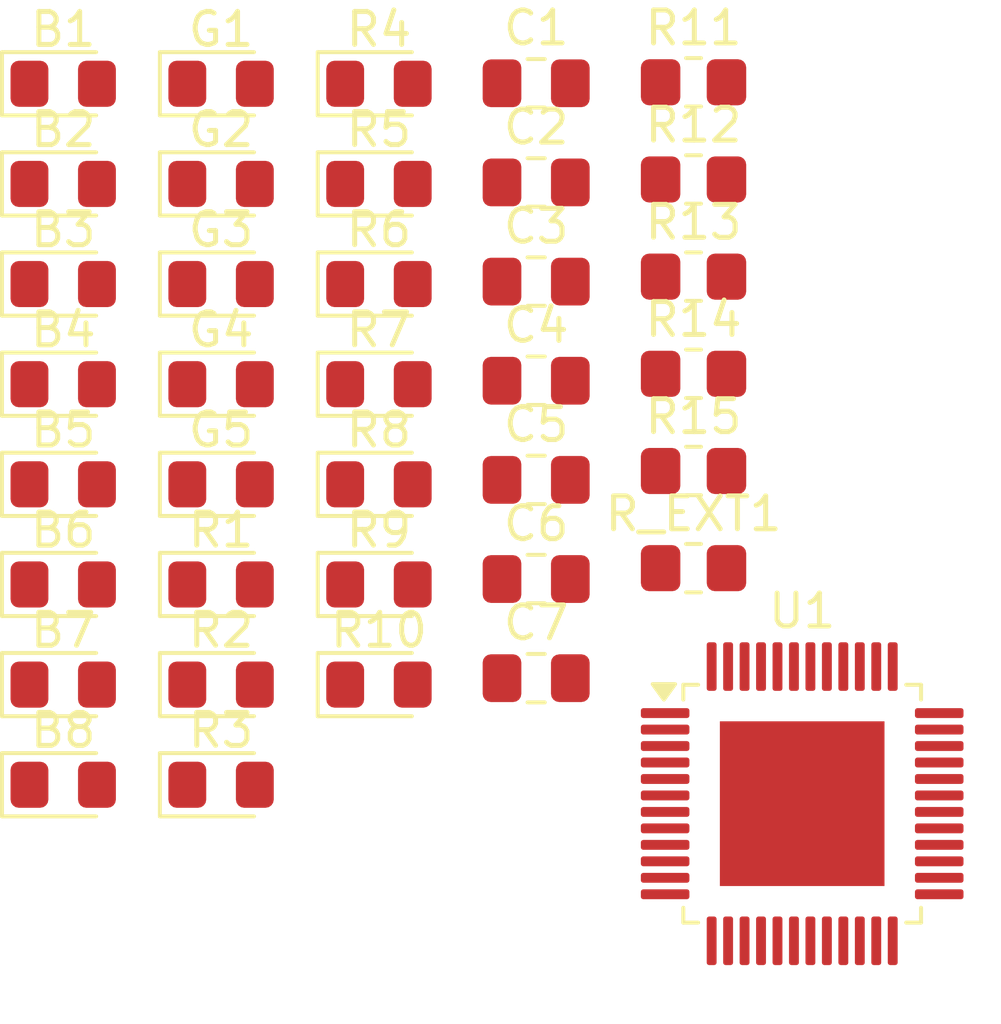
<source format=kicad_pcb>
(kicad_pcb (version 20241229) (generator "pcbnew") (generator_version "9.0")
  (layers (0 "F.Cu" signal) (2 "B.Cu" signal) (13 "F.Paste" user) (15 "B.Paste" user) (5 "F.SilkS" user "F.Silkscreen") (7 "B.SilkS" user "B.Silkscreen") (1 "F.Mask" user) (3 "B.Mask" user) (25 "Edge.Cuts" user))
  (net 0 "")
  (net 1 "CS2")
  (net 2 "CS5")
  (net 3 "CS3")
  (net 4 "CS4")
  (net 5 "CS1")
  (net 6 "VIO{slash}MCU")
  (net 7 "GND")
  (net 8 "VBattery")
  (net 9 "Net-(U1-IICRST)")
  (net 10 "Net-(J1-Pin_7)")
  (net 11 "Net-(J1-Pin_5)")
  (net 12 "Net-(J1-Pin_4)")
  (net 13 "Net-(J1-Pin_6)")
  (net 14 "Net-(U1-R_EXT)")
  (footprint "LED_SMD:LED_0805_2012Metric_Pad1.15x1.40mm_HandSolder" (layer "F.Cu") (at 141.785 105.18)
    (property "Reference" "B1" (at 0 -1.65 0) (layer "F.SilkS"))
    (property "Value" "LED")
    (fp_line (start -1.86 -0.96) (end -1.86 0.96) (stroke (width 0.12)) (layer "F.SilkS"))
    (fp_line (start -1.86 0.96) (end 1 0.96) (stroke (width 0.12)) (layer "F.SilkS"))
    (fp_line (start 1 -0.96) (end -1.86 -0.96) (stroke (width 0.12)) (layer "F.SilkS"))
    (pad "1" smd roundrect (at -1.025 0) (size 1.15 1.4) (layers "F.Cu" "F.Mask" "F.Paste") (roundrect_rratio 0.217391) (net 2 "CS5"))
    (pad "2" smd roundrect (at 1.025 0) (size 1.15 1.4) (layers "F.Cu" "F.Mask" "F.Paste") (roundrect_rratio 0.217391) (net 1 "CS2"))
  )
  (footprint "LED_SMD:LED_0805_2012Metric_Pad1.15x1.40mm_HandSolder" (layer "F.Cu") (at 146.58 123.42)
    (property "Reference" "R2" (at 0 -1.65 0) (layer "F.SilkS"))
    (property "Value" "LED")
    (fp_line (start -1.86 -0.96) (end -1.86 0.96) (stroke (width 0.12)) (layer "F.SilkS"))
    (fp_line (start -1.86 0.96) (end 1 0.96) (stroke (width 0.12)) (layer "F.SilkS"))
    (fp_line (start 1 -0.96) (end -1.86 -0.96) (stroke (width 0.12)) (layer "F.SilkS"))
    (pad "1" smd roundrect (at -1.025 0) (size 1.15 1.4) (layers "F.Cu" "F.Mask" "F.Paste") (roundrect_rratio 0.217391) (net 2 "CS5"))
    (pad "2" smd roundrect (at 1.025 0) (size 1.15 1.4) (layers "F.Cu" "F.Mask" "F.Paste") (roundrect_rratio 0.217391) (net 1 "CS2"))
  )
  (footprint "Resistor_SMD:R_0805_2012Metric_Pad1.20x1.40mm_HandSolder" (layer "F.Cu") (at 160.93 116.935)
    (property "Reference" "R15" (at 0 -1.65 0) (layer "F.SilkS"))
    (property "Value" "100K")
    (fp_line (start -0.227064 -0.735) (end 0.227064 -0.735) (stroke (width 0.12)) (layer "F.SilkS"))
    (fp_line (start -0.227064 0.735) (end 0.227064 0.735) (stroke (width 0.12)) (layer "F.SilkS"))
    (pad "1" smd roundrect (at -1 0) (size 1.2 1.4) (layers "F.Cu" "F.Mask" "F.Paste") (roundrect_rratio 0.208333) (net 6 "VIO{slash}MCU"))
    (pad "2" smd roundrect (at 1 0) (size 1.2 1.4) (layers "F.Cu" "F.Mask" "F.Paste") (roundrect_rratio 0.208333) (net 13 "Net-(J1-Pin_6)"))
  )
  (footprint "LED_SMD:LED_0805_2012Metric_Pad1.15x1.40mm_HandSolder" (layer "F.Cu") (at 151.375 123.42)
    (property "Reference" "R10" (at 0 -1.65 0) (layer "F.SilkS"))
    (property "Value" "LED")
    (fp_line (start -1.86 -0.96) (end -1.86 0.96) (stroke (width 0.12)) (layer "F.SilkS"))
    (fp_line (start -1.86 0.96) (end 1 0.96) (stroke (width 0.12)) (layer "F.SilkS"))
    (fp_line (start 1 -0.96) (end -1.86 -0.96) (stroke (width 0.12)) (layer "F.SilkS"))
    (pad "1" smd roundrect (at -1.025 0) (size 1.15 1.4) (layers "F.Cu" "F.Mask" "F.Paste") (roundrect_rratio 0.217391) (net 2 "CS5"))
    (pad "2" smd roundrect (at 1.025 0) (size 1.15 1.4) (layers "F.Cu" "F.Mask" "F.Paste") (roundrect_rratio 0.217391) (net 2 "CS5"))
  )
  (footprint "Resistor_SMD:R_0805_2012Metric_Pad1.20x1.40mm_HandSolder" (layer "F.Cu") (at 160.93 108.085)
    (property "Reference" "R12" (at 0 -1.65 0) (layer "F.SilkS"))
    (property "Value" "100K")
    (fp_line (start -0.227064 -0.735) (end 0.227064 -0.735) (stroke (width 0.12)) (layer "F.SilkS"))
    (fp_line (start -0.227064 0.735) (end 0.227064 0.735) (stroke (width 0.12)) (layer "F.SilkS"))
    (pad "1" smd roundrect (at -1 0) (size 1.2 1.4) (layers "F.Cu" "F.Mask" "F.Paste") (roundrect_rratio 0.208333) (net 10 "Net-(J1-Pin_7)"))
    (pad "2" smd roundrect (at 1 0) (size 1.2 1.4) (layers "F.Cu" "F.Mask" "F.Paste") (roundrect_rratio 0.208333) (net 7 "GND"))
  )
  (footprint "Resistor_SMD:R_0805_2012Metric_Pad1.20x1.40mm_HandSolder" (layer "F.Cu") (at 160.93 119.885)
    (property "Reference" "R_EXT1" (at 0 -1.65 0) (layer "F.SilkS"))
    (property "Value" "20K")
    (fp_line (start -0.227064 -0.735) (end 0.227064 -0.735) (stroke (width 0.12)) (layer "F.SilkS"))
    (fp_line (start -0.227064 0.735) (end 0.227064 0.735) (stroke (width 0.12)) (layer "F.SilkS"))
    (pad "1" smd roundrect (at -1 0) (size 1.2 1.4) (layers "F.Cu" "F.Mask" "F.Paste") (roundrect_rratio 0.208333) (net 14 "Net-(U1-R_EXT)"))
    (pad "2" smd roundrect (at 1 0) (size 1.2 1.4) (layers "F.Cu" "F.Mask" "F.Paste") (roundrect_rratio 0.208333) (net 7 "GND"))
  )
  (footprint "LED_SMD:LED_0805_2012Metric_Pad1.15x1.40mm_HandSolder" (layer "F.Cu") (at 141.785 114.3)
    (property "Reference" "B4" (at 0 -1.65 0) (layer "F.SilkS"))
    (property "Value" "LED")
    (fp_line (start -1.86 -0.96) (end -1.86 0.96) (stroke (width 0.12)) (layer "F.SilkS"))
    (fp_line (start -1.86 0.96) (end 1 0.96) (stroke (width 0.12)) (layer "F.SilkS"))
    (fp_line (start 1 -0.96) (end -1.86 -0.96) (stroke (width 0.12)) (layer "F.SilkS"))
    (pad "1" smd roundrect (at -1.025 0) (size 1.15 1.4) (layers "F.Cu" "F.Mask" "F.Paste") (roundrect_rratio 0.217391) (net 2 "CS5"))
    (pad "2" smd roundrect (at 1.025 0) (size 1.15 1.4) (layers "F.Cu" "F.Mask" "F.Paste") (roundrect_rratio 0.217391) (net 2 "CS5"))
  )
  (footprint "LED_SMD:LED_0805_2012Metric_Pad1.15x1.40mm_HandSolder" (layer "F.Cu") (at 141.785 123.42)
    (property "Reference" "B7" (at 0 -1.65 0) (layer "F.SilkS"))
    (property "Value" "LED")
    (fp_line (start -1.86 -0.96) (end -1.86 0.96) (stroke (width 0.12)) (layer "F.SilkS"))
    (fp_line (start -1.86 0.96) (end 1 0.96) (stroke (width 0.12)) (layer "F.SilkS"))
    (fp_line (start 1 -0.96) (end -1.86 -0.96) (stroke (width 0.12)) (layer "F.SilkS"))
    (pad "1" smd roundrect (at -1.025 0) (size 1.15 1.4) (layers "F.Cu" "F.Mask" "F.Paste") (roundrect_rratio 0.217391) (net 2 "CS5"))
    (pad "2" smd roundrect (at 1.025 0) (size 1.15 1.4) (layers "F.Cu" "F.Mask" "F.Paste") (roundrect_rratio 0.217391) (net 3 "CS3"))
  )
  (footprint "Capacitor_SMD:C_0805_2012Metric_Pad1.18x1.45mm_HandSolder" (layer "F.Cu") (at 156.15 105.165)
    (property "Reference" "C1" (at 0 -1.68 0) (layer "F.SilkS"))
    (property "Value" "0.47uF")
    (fp_line (start -0.261252 -0.735) (end 0.261252 -0.735) (stroke (width 0.12)) (layer "F.SilkS"))
    (fp_line (start -0.261252 0.735) (end 0.261252 0.735) (stroke (width 0.12)) (layer "F.SilkS"))
    (pad "1" smd roundrect (at -1.0375 0) (size 1.175 1.45) (layers "F.Cu" "F.Mask" "F.Paste") (roundrect_rratio 0.212766) (net 6 "VIO{slash}MCU"))
    (pad "2" smd roundrect (at 1.0375 0) (size 1.175 1.45) (layers "F.Cu" "F.Mask" "F.Paste") (roundrect_rratio 0.212766) (net 7 "GND"))
  )
  (footprint "LED_SMD:LED_0805_2012Metric_Pad1.15x1.40mm_HandSolder" (layer "F.Cu") (at 141.785 117.34)
    (property "Reference" "B5" (at 0 -1.65 0) (layer "F.SilkS"))
    (property "Value" "LED")
    (fp_line (start -1.86 -0.96) (end -1.86 0.96) (stroke (width 0.12)) (layer "F.SilkS"))
    (fp_line (start -1.86 0.96) (end 1 0.96) (stroke (width 0.12)) (layer "F.SilkS"))
    (fp_line (start 1 -0.96) (end -1.86 -0.96) (stroke (width 0.12)) (layer "F.SilkS"))
    (pad "1" smd roundrect (at -1.025 0) (size 1.15 1.4) (layers "F.Cu" "F.Mask" "F.Paste") (roundrect_rratio 0.217391) (net 2 "CS5"))
    (pad "2" smd roundrect (at 1.025 0) (size 1.15 1.4) (layers "F.Cu" "F.Mask" "F.Paste") (roundrect_rratio 0.217391) (net 5 "CS1"))
  )
  (footprint "LED_SMD:LED_0805_2012Metric_Pad1.15x1.40mm_HandSolder" (layer "F.Cu") (at 146.58 117.34)
    (property "Reference" "G5" (at 0 -1.65 0) (layer "F.SilkS"))
    (property "Value" "LED")
    (fp_line (start -1.86 -0.96) (end -1.86 0.96) (stroke (width 0.12)) (layer "F.SilkS"))
    (fp_line (start -1.86 0.96) (end 1 0.96) (stroke (width 0.12)) (layer "F.SilkS"))
    (fp_line (start 1 -0.96) (end -1.86 -0.96) (stroke (width 0.12)) (layer "F.SilkS"))
    (pad "1" smd roundrect (at -1.025 0) (size 1.15 1.4) (layers "F.Cu" "F.Mask" "F.Paste") (roundrect_rratio 0.217391) (net 2 "CS5"))
    (pad "2" smd roundrect (at 1.025 0) (size 1.15 1.4) (layers "F.Cu" "F.Mask" "F.Paste") (roundrect_rratio 0.217391) (net 2 "CS5"))
  )
  (footprint "LED_SMD:LED_0805_2012Metric_Pad1.15x1.40mm_HandSolder" (layer "F.Cu") (at 151.375 114.3)
    (property "Reference" "R7" (at 0 -1.65 0) (layer "F.SilkS"))
    (property "Value" "LED")
    (fp_line (start -1.86 -0.96) (end -1.86 0.96) (stroke (width 0.12)) (layer "F.SilkS"))
    (fp_line (start -1.86 0.96) (end 1 0.96) (stroke (width 0.12)) (layer "F.SilkS"))
    (fp_line (start 1 -0.96) (end -1.86 -0.96) (stroke (width 0.12)) (layer "F.SilkS"))
    (pad "1" smd roundrect (at -1.025 0) (size 1.15 1.4) (layers "F.Cu" "F.Mask" "F.Paste") (roundrect_rratio 0.217391) (net 2 "CS5"))
    (pad "2" smd roundrect (at 1.025 0) (size 1.15 1.4) (layers "F.Cu" "F.Mask" "F.Paste") (roundrect_rratio 0.217391) (net 1 "CS2"))
  )
  (footprint "LED_SMD:LED_0805_2012Metric_Pad1.15x1.40mm_HandSolder" (layer "F.Cu") (at 146.58 108.22)
    (property "Reference" "G2" (at 0 -1.65 0) (layer "F.SilkS"))
    (property "Value" "LED")
    (fp_line (start -1.86 -0.96) (end -1.86 0.96) (stroke (width 0.12)) (layer "F.SilkS"))
    (fp_line (start -1.86 0.96) (end 1 0.96) (stroke (width 0.12)) (layer "F.SilkS"))
    (fp_line (start 1 -0.96) (end -1.86 -0.96) (stroke (width 0.12)) (layer "F.SilkS"))
    (pad "1" smd roundrect (at -1.025 0) (size 1.15 1.4) (layers "F.Cu" "F.Mask" "F.Paste") (roundrect_rratio 0.217391) (net 2 "CS5"))
    (pad "2" smd roundrect (at 1.025 0) (size 1.15 1.4) (layers "F.Cu" "F.Mask" "F.Paste") (roundrect_rratio 0.217391) (net 1 "CS2"))
  )
  (footprint "Resistor_SMD:R_0805_2012Metric_Pad1.20x1.40mm_HandSolder" (layer "F.Cu") (at 160.93 111.035)
    (property "Reference" "R13" (at 0 -1.65 0) (layer "F.SilkS"))
    (property "Value" "2K")
    (fp_line (start -0.227064 -0.735) (end 0.227064 -0.735) (stroke (width 0.12)) (layer "F.SilkS"))
    (fp_line (start -0.227064 0.735) (end 0.227064 0.735) (stroke (width 0.12)) (layer "F.SilkS"))
    (pad "1" smd roundrect (at -1 0) (size 1.2 1.4) (layers "F.Cu" "F.Mask" "F.Paste") (roundrect_rratio 0.208333) (net 6 "VIO{slash}MCU"))
    (pad "2" smd roundrect (at 1 0) (size 1.2 1.4) (layers "F.Cu" "F.Mask" "F.Paste") (roundrect_rratio 0.208333) (net 11 "Net-(J1-Pin_5)"))
  )
  (footprint "LED_SMD:LED_0805_2012Metric_Pad1.15x1.40mm_HandSolder" (layer "F.Cu") (at 146.58 126.46)
    (property "Reference" "R3" (at 0 -1.65 0) (layer "F.SilkS"))
    (property "Value" "LED")
    (fp_line (start -1.86 -0.96) (end -1.86 0.96) (stroke (width 0.12)) (layer "F.SilkS"))
    (fp_line (start -1.86 0.96) (end 1 0.96) (stroke (width 0.12)) (layer "F.SilkS"))
    (fp_line (start 1 -0.96) (end -1.86 -0.96) (stroke (width 0.12)) (layer "F.SilkS"))
    (pad "1" smd roundrect (at -1.025 0) (size 1.15 1.4) (layers "F.Cu" "F.Mask" "F.Paste") (roundrect_rratio 0.217391) (net 2 "CS5"))
    (pad "2" smd roundrect (at 1.025 0) (size 1.15 1.4) (layers "F.Cu" "F.Mask" "F.Paste") (roundrect_rratio 0.217391) (net 3 "CS3"))
  )
  (footprint "LED_SMD:LED_0805_2012Metric_Pad1.15x1.40mm_HandSolder" (layer "F.Cu") (at 151.375 105.18)
    (property "Reference" "R4" (at 0 -1.65 0) (layer "F.SilkS"))
    (property "Value" "LED")
    (fp_line (start -1.86 -0.96) (end -1.86 0.96) (stroke (width 0.12)) (layer "F.SilkS"))
    (fp_line (start -1.86 0.96) (end 1 0.96) (stroke (width 0.12)) (layer "F.SilkS"))
    (fp_line (start 1 -0.96) (end -1.86 -0.96) (stroke (width 0.12)) (layer "F.SilkS"))
    (pad "1" smd roundrect (at -1.025 0) (size 1.15 1.4) (layers "F.Cu" "F.Mask" "F.Paste") (roundrect_rratio 0.217391) (net 2 "CS5"))
    (pad "2" smd roundrect (at 1.025 0) (size 1.15 1.4) (layers "F.Cu" "F.Mask" "F.Paste") (roundrect_rratio 0.217391) (net 4 "CS4"))
  )
  (footprint "Capacitor_SMD:C_0805_2012Metric_Pad1.18x1.45mm_HandSolder" (layer "F.Cu") (at 156.15 120.215)
    (property "Reference" "C6" (at 0 -1.68 0) (layer "F.SilkS"))
    (property "Value" "0.47uF")
    (fp_line (start -0.261252 -0.735) (end 0.261252 -0.735) (stroke (width 0.12)) (layer "F.SilkS"))
    (fp_line (start -0.261252 0.735) (end 0.261252 0.735) (stroke (width 0.12)) (layer "F.SilkS"))
    (pad "1" smd roundrect (at -1.0375 0) (size 1.175 1.45) (layers "F.Cu" "F.Mask" "F.Paste") (roundrect_rratio 0.212766) (net 8 "VBattery"))
    (pad "2" smd roundrect (at 1.0375 0) (size 1.175 1.45) (layers "F.Cu" "F.Mask" "F.Paste") (roundrect_rratio 0.212766) (net 7 "GND"))
  )
  (footprint "Resistor_SMD:R_0805_2012Metric_Pad1.20x1.40mm_HandSolder" (layer "F.Cu") (at 160.93 105.135)
    (property "Reference" "R11" (at 0 -1.65 0) (layer "F.SilkS"))
    (property "Value" "100K")
    (fp_line (start -0.227064 -0.735) (end 0.227064 -0.735) (stroke (width 0.12)) (layer "F.SilkS"))
    (fp_line (start -0.227064 0.735) (end 0.227064 0.735) (stroke (width 0.12)) (layer "F.SilkS"))
    (pad "1" smd roundrect (at -1 0) (size 1.2 1.4) (layers "F.Cu" "F.Mask" "F.Paste") (roundrect_rratio 0.208333) (net 9 "Net-(U1-IICRST)"))
    (pad "2" smd roundrect (at 1 0) (size 1.2 1.4) (layers "F.Cu" "F.Mask" "F.Paste") (roundrect_rratio 0.208333) (net 7 "GND"))
  )
  (footprint "LED_SMD:LED_0805_2012Metric_Pad1.15x1.40mm_HandSolder" (layer "F.Cu") (at 146.58 114.3)
    (property "Reference" "G4" (at 0 -1.65 0) (layer "F.SilkS"))
    (property "Value" "LED")
    (fp_line (start -1.86 -0.96) (end -1.86 0.96) (stroke (width 0.12)) (layer "F.SilkS"))
    (fp_line (start -1.86 0.96) (end 1 0.96) (stroke (width 0.12)) (layer "F.SilkS"))
    (fp_line (start 1 -0.96) (end -1.86 -0.96) (stroke (width 0.12)) (layer "F.SilkS"))
    (pad "1" smd roundrect (at -1.025 0) (size 1.15 1.4) (layers "F.Cu" "F.Mask" "F.Paste") (roundrect_rratio 0.217391) (net 2 "CS5"))
    (pad "2" smd roundrect (at 1.025 0) (size 1.15 1.4) (layers "F.Cu" "F.Mask" "F.Paste") (roundrect_rratio 0.217391) (net 4 "CS4"))
  )
  (footprint "Capacitor_SMD:C_0805_2012Metric_Pad1.18x1.45mm_HandSolder" (layer "F.Cu") (at 156.15 108.175)
    (property "Reference" "C2" (at 0 -1.68 0) (layer "F.SilkS"))
    (property "Value" "0.47uF")
    (fp_line (start -0.261252 -0.735) (end 0.261252 -0.735) (stroke (width 0.12)) (layer "F.SilkS"))
    (fp_line (start -0.261252 0.735) (end 0.261252 0.735) (stroke (width 0.12)) (layer "F.SilkS"))
    (pad "1" smd roundrect (at -1.0375 0) (size 1.175 1.45) (layers "F.Cu" "F.Mask" "F.Paste") (roundrect_rratio 0.212766) (net 8 "VBattery"))
    (pad "2" smd roundrect (at 1.0375 0) (size 1.175 1.45) (layers "F.Cu" "F.Mask" "F.Paste") (roundrect_rratio 0.212766) (net 7 "GND"))
  )
  (footprint "LED_SMD:LED_0805_2012Metric_Pad1.15x1.40mm_HandSolder" (layer "F.Cu") (at 151.375 111.26)
    (property "Reference" "R6" (at 0 -1.65 0) (layer "F.SilkS"))
    (property "Value" "LED")
    (fp_line (start -1.86 -0.96) (end -1.86 0.96) (stroke (width 0.12)) (layer "F.SilkS"))
    (fp_line (start -1.86 0.96) (end 1 0.96) (stroke (width 0.12)) (layer "F.SilkS"))
    (fp_line (start 1 -0.96) (end -1.86 -0.96) (stroke (width 0.12)) (layer "F.SilkS"))
    (pad "1" smd roundrect (at -1.025 0) (size 1.15 1.4) (layers "F.Cu" "F.Mask" "F.Paste") (roundrect_rratio 0.217391) (net 2 "CS5"))
    (pad "2" smd roundrect (at 1.025 0) (size 1.15 1.4) (layers "F.Cu" "F.Mask" "F.Paste") (roundrect_rratio 0.217391) (net 5 "CS1"))
  )
  (footprint "LED_SMD:LED_0805_2012Metric_Pad1.15x1.40mm_HandSolder" (layer "F.Cu") (at 151.375 117.34)
    (property "Reference" "R8" (at 0 -1.65 0) (layer "F.SilkS"))
    (property "Value" "LED")
    (fp_line (start -1.86 -0.96) (end -1.86 0.96) (stroke (width 0.12)) (layer "F.SilkS"))
    (fp_line (start -1.86 0.96) (end 1 0.96) (stroke (width 0.12)) (layer "F.SilkS"))
    (fp_line (start 1 -0.96) (end -1.86 -0.96) (stroke (width 0.12)) (layer "F.SilkS"))
    (pad "1" smd roundrect (at -1.025 0) (size 1.15 1.4) (layers "F.Cu" "F.Mask" "F.Paste") (roundrect_rratio 0.217391) (net 2 "CS5"))
    (pad "2" smd roundrect (at 1.025 0) (size 1.15 1.4) (layers "F.Cu" "F.Mask" "F.Paste") (roundrect_rratio 0.217391) (net 3 "CS3"))
  )
  (footprint "LED_SMD:LED_0805_2012Metric_Pad1.15x1.40mm_HandSolder" (layer "F.Cu") (at 151.375 108.22)
    (property "Reference" "R5" (at 0 -1.65 0) (layer "F.SilkS"))
    (property "Value" "LED")
    (fp_line (start -1.86 -0.96) (end -1.86 0.96) (stroke (width 0.12)) (layer "F.SilkS"))
    (fp_line (start -1.86 0.96) (end 1 0.96) (stroke (width 0.12)) (layer "F.SilkS"))
    (fp_line (start 1 -0.96) (end -1.86 -0.96) (stroke (width 0.12)) (layer "F.SilkS"))
    (pad "1" smd roundrect (at -1.025 0) (size 1.15 1.4) (layers "F.Cu" "F.Mask" "F.Paste") (roundrect_rratio 0.217391) (net 2 "CS5"))
    (pad "2" smd roundrect (at 1.025 0) (size 1.15 1.4) (layers "F.Cu" "F.Mask" "F.Paste") (roundrect_rratio 0.217391) (net 2 "CS5"))
  )
  (footprint "Capacitor_SMD:C_0805_2012Metric_Pad1.18x1.45mm_HandSolder" (layer "F.Cu") (at 156.15 123.225)
    (property "Reference" "C7" (at 0 -1.68 0) (layer "F.SilkS"))
    (property "Value" "0.1uF")
    (fp_line (start -0.261252 -0.735) (end 0.261252 -0.735) (stroke (width 0.12)) (layer "F.SilkS"))
    (fp_line (start -0.261252 0.735) (end 0.261252 0.735) (stroke (width 0.12)) (layer "F.SilkS"))
    (pad "1" smd roundrect (at -1.0375 0) (size 1.175 1.45) (layers "F.Cu" "F.Mask" "F.Paste") (roundrect_rratio 0.212766) (net 8 "VBattery"))
    (pad "2" smd roundrect (at 1.0375 0) (size 1.175 1.45) (layers "F.Cu" "F.Mask" "F.Paste") (roundrect_rratio 0.212766) (net 7 "GND"))
  )
  (footprint "LED_SMD:LED_0805_2012Metric_Pad1.15x1.40mm_HandSolder" (layer "F.Cu") (at 146.58 105.18)
    (property "Reference" "G1" (at 0 -1.65 0) (layer "F.SilkS"))
    (property "Value" "LED")
    (fp_line (start -1.86 -0.96) (end -1.86 0.96) (stroke (width 0.12)) (layer "F.SilkS"))
    (fp_line (start -1.86 0.96) (end 1 0.96) (stroke (width 0.12)) (layer "F.SilkS"))
    (fp_line (start 1 -0.96) (end -1.86 -0.96) (stroke (width 0.12)) (layer "F.SilkS"))
    (pad "1" smd roundrect (at -1.025 0) (size 1.15 1.4) (layers "F.Cu" "F.Mask" "F.Paste") (roundrect_rratio 0.217391) (net 2 "CS5"))
    (pad "2" smd roundrect (at 1.025 0) (size 1.15 1.4) (layers "F.Cu" "F.Mask" "F.Paste") (roundrect_rratio 0.217391) (net 5 "CS1"))
  )
  (footprint "Package_QFP:TQFP-48-1EP_7x7mm_P0.5mm_EP5x5mm" (layer "F.Cu") (at 164.23 127.035)
    (property "Reference" "U1" (at 0 -5.85 0) (layer "F.SilkS"))
    (property "Value" "IS31FL3733-TQ")
    (fp_line (start -3.61 -3.61) (end -3.61 -3.16) (stroke (width 0.12)) (layer "F.SilkS"))
    (fp_line (start -3.61 3.61) (end -3.61 3.16) (stroke (width 0.12)) (layer "F.SilkS"))
    (fp_line (start -3.16 -3.61) (end -3.61 -3.61) (stroke (width 0.12)) (layer "F.SilkS"))
    (fp_line (start -3.16 3.61) (end -3.61 3.61) (stroke (width 0.12)) (layer "F.SilkS"))
    (fp_line (start 3.16 -3.61) (end 3.61 -3.61) (stroke (width 0.12)) (layer "F.SilkS"))
    (fp_line (start 3.16 3.61) (end 3.61 3.61) (stroke (width 0.12)) (layer "F.SilkS"))
    (fp_line (start 3.61 -3.61) (end 3.61 -3.16) (stroke (width 0.12)) (layer "F.SilkS"))
    (fp_line (start 3.61 3.61) (end 3.61 3.16) (stroke (width 0.12)) (layer "F.SilkS"))
    (fp_poly (pts (xy -4.2 -3.16) (xy -4.54 -3.63) (xy -3.86 -3.63)) (stroke (width 0.12)) (fill yes) (layer "F.SilkS"))
    (pad "1" smd roundrect (at -4.1625 -2.75) (size 1.475 0.3) (layers "F.Cu" "F.Mask" "F.Paste"))
    (pad "2" smd roundrect (at -4.1625 -2.25) (size 1.475 0.3) (layers "F.Cu" "F.Mask" "F.Paste") (net 2 "CS5"))
    (pad "3" smd roundrect (at -4.1625 -1.75) (size 1.475 0.3) (layers "F.Cu" "F.Mask" "F.Paste") (net 2 "CS5"))
    (pad "4" smd roundrect (at -4.1625 -1.25) (size 1.475 0.3) (layers "F.Cu" "F.Mask" "F.Paste") (net 2 "CS5"))
    (pad "5" smd roundrect (at -4.1625 -0.75) (size 1.475 0.3) (layers "F.Cu" "F.Mask" "F.Paste") (net 7 "GND"))
    (pad "6" smd roundrect (at -4.1625 -0.25) (size 1.475 0.3) (layers "F.Cu" "F.Mask" "F.Paste") (net 2 "CS5"))
    (pad "7" smd roundrect (at -4.1625 0.25) (size 1.475 0.3) (layers "F.Cu" "F.Mask" "F.Paste") (net 2 "CS5"))
    (pad "8" smd roundrect (at -4.1625 0.75) (size 1.475 0.3) (layers "F.Cu" "F.Mask" "F.Paste"))
    (pad "9" smd roundrect (at -4.1625 1.25) (size 1.475 0.3) (layers "F.Cu" "F.Mask" "F.Paste"))
    (pad "10" smd roundrect (at -4.1625 1.75) (size 1.475 0.3) (layers "F.Cu" "F.Mask" "F.Paste"))
    (pad "11" smd roundrect (at -4.1625 2.25) (size 1.475 0.3) (layers "F.Cu" "F.Mask" "F.Paste"))
    (pad "12" smd roundrect (at -4.1625 2.75) (size 1.475 0.3) (layers "F.Cu" "F.Mask" "F.Paste") (net 7 "GND"))
    (pad "13" smd roundrect (at -2.75 4.1625) (size 0.3 1.475) (layers "F.Cu" "F.Mask" "F.Paste"))
    (pad "14" smd roundrect (at -2.25 4.1625) (size 0.3 1.475) (layers "F.Cu" "F.Mask" "F.Paste"))
    (pad "15" smd roundrect (at -1.75 4.1625) (size 0.3 1.475) (layers "F.Cu" "F.Mask" "F.Paste"))
    (pad "16" smd roundrect (at -1.25 4.1625) (size 0.3 1.475) (layers "F.Cu" "F.Mask" "F.Paste") (net 5 "CS1"))
    (pad "17" smd roundrect (at -0.75 4.1625) (size 0.3 1.475) (layers "F.Cu" "F.Mask" "F.Paste") (net 1 "CS2"))
    (pad "18" smd roundrect (at -0.25 4.1625) (size 0.3 1.475) (layers "F.Cu" "F.Mask" "F.Paste") (net 3 "CS3"))
    (pad "19" smd roundrect (at 0.25 4.1625) (size 0.3 1.475) (layers "F.Cu" "F.Mask" "F.Paste") (net 4 "CS4"))
    (pad "20" smd roundrect (at 0.75 4.1625) (size 0.3 1.475) (layers "F.Cu" "F.Mask" "F.Paste") (net 8 "VBattery"))
    (pad "21" smd roundrect (at 1.25 4.1625) (size 0.3 1.475) (layers "F.Cu" "F.Mask" "F.Paste") (net 2 "CS5"))
    (pad "22" smd roundrect (at 1.75 4.1625) (size 0.3 1.475) (layers "F.Cu" "F.Mask" "F.Paste"))
    (pad "23" smd roundrect (at 2.25 4.1625) (size 0.3 1.475) (layers "F.Cu" "F.Mask" "F.Paste"))
    (pad "24" smd roundrect (at 2.75 4.1625) (size 0.3 1.475) (layers "F.Cu" "F.Mask" "F.Paste"))
    (pad "25" smd roundrect (at 4.1625 2.75) (size 1.475 0.3) (layers "F.Cu" "F.Mask" "F.Paste"))
    (pad "26" smd roundrect (at 4.1625 2.25) (size 1.475 0.3) (layers "F.Cu" "F.Mask" "F.Paste"))
    (pad "27" smd roundrect (at 4.1625 1.75) (size 1.475 0.3) (layers "F.Cu" "F.Mask" "F.Paste"))
    (pad "28" smd roundrect (at 4.1625 1.25) (size 1.475 0.3) (layers "F.Cu" "F.Mask" "F.Paste"))
    (pad "29" smd roundrect (at 4.1625 0.75) (size 1.475 0.3) (layers "F.Cu" "F.Mask" "F.Paste") (net 8 "VBattery"))
    (pad "30" smd roundrect (at 4.1625 0.25) (size 1.475 0.3) (layers "F.Cu" "F.Mask" "F.Paste"))
    (pad "31" smd roundrect (at 4.1625 -0.25) (size 1.475 0.3) (layers "F.Cu" "F.Mask" "F.Paste"))
    (pad "32" smd roundrect (at 4.1625 -0.75) (size 1.475 0.3) (layers "F.Cu" "F.Mask" "F.Paste"))
    (pad "33" smd roundrect (at 4.1625 -1.25) (size 1.475 0.3) (layers "F.Cu" "F.Mask" "F.Paste"))
    (pad "34" smd roundrect (at 4.1625 -1.75) (size 1.475 0.3) (layers "F.Cu" "F.Mask" "F.Paste") (net 7 "GND"))
    (pad "35" smd roundrect (at 4.1625 -2.25) (size 1.475 0.3) (layers "F.Cu" "F.Mask" "F.Paste") (net 14 "Net-(U1-R_EXT)"))
    (pad "36" smd roundrect (at 4.1625 -2.75) (size 1.475 0.3) (layers "F.Cu" "F.Mask" "F.Paste"))
    (pad "37" smd roundrect (at 2.75 -4.1625) (size 0.3 1.475) (layers "F.Cu" "F.Mask" "F.Paste") (net 8 "VBattery"))
    (pad "38" smd roundrect (at 2.25 -4.1625) (size 0.3 1.475) (layers "F.Cu" "F.Mask" "F.Paste"))
    (pad "39" smd roundrect (at 1.75 -4.1625) (size 0.3 1.475) (layers "F.Cu" "F.Mask" "F.Paste") (net 6 "VIO{slash}MCU"))
    (pad "40" smd roundrect (at 1.25 -4.1625) (size 0.3 1.475) (layers "F.Cu" "F.Mask" "F.Paste"))
    (pad "41" smd roundrect (at 0.75 -4.1625) (size 0.3 1.475) (layers "F.Cu" "F.Mask" "F.Paste") (net 12 "Net-(J1-Pin_4)"))
    (pad "42" smd roundrect (at 0.25 -4.1625) (size 0.3 1.475) (layers "F.Cu" "F.Mask" "F.Paste") (net 11 "Net-(J1-Pin_5)"))
    (pad "43" smd roundrect (at -0.25 -4.1625) (size 0.3 1.475) (layers "F.Cu" "F.Mask" "F.Paste") (net 7 "GND"))
    (pad "44" smd roundrect (at -0.75 -4.1625) (size 0.3 1.475) (layers "F.Cu" "F.Mask" "F.Paste") (net 7 "GND"))
    (pad "45" smd roundrect (at -1.25 -4.1625) (size 0.3 1.475) (layers "F.Cu" "F.Mask" "F.Paste") (net 13 "Net-(J1-Pin_6)"))
    (pad "46" smd roundrect (at -1.75 -4.1625) (size 0.3 1.475) (layers "F.Cu" "F.Mask" "F.Paste") (net 10 "Net-(J1-Pin_7)"))
    (pad "47" smd roundrect (at -2.25 -4.1625) (size 0.3 1.475) (layers "F.Cu" "F.Mask" "F.Paste") (net 9 "Net-(U1-IICRST)"))
    (pad "48" smd roundrect (at -2.75 -4.1625) (size 0.3 1.475) (layers "F.Cu" "F.Mask" "F.Paste") (net 7 "GND"))
    (pad "49" smd rect (at 0 0) (size 5 5) (property pad_prop_heatsink) (layers "F.Cu" "F.Mask") (net 7 "GND"))
  )
  (footprint "LED_SMD:LED_0805_2012Metric_Pad1.15x1.40mm_HandSolder" (layer "F.Cu") (at 146.58 111.26)
    (property "Reference" "G3" (at 0 -1.65 0) (layer "F.SilkS"))
    (property "Value" "LED")
    (fp_line (start -1.86 -0.96) (end -1.86 0.96) (stroke (width 0.12)) (layer "F.SilkS"))
    (fp_line (start -1.86 0.96) (end 1 0.96) (stroke (width 0.12)) (layer "F.SilkS"))
    (fp_line (start 1 -0.96) (end -1.86 -0.96) (stroke (width 0.12)) (layer "F.SilkS"))
    (pad "1" smd roundrect (at -1.025 0) (size 1.15 1.4) (layers "F.Cu" "F.Mask" "F.Paste") (roundrect_rratio 0.217391) (net 2 "CS5"))
    (pad "2" smd roundrect (at 1.025 0) (size 1.15 1.4) (layers "F.Cu" "F.Mask" "F.Paste") (roundrect_rratio 0.217391) (net 3 "CS3"))
  )
  (footprint "LED_SMD:LED_0805_2012Metric_Pad1.15x1.40mm_HandSolder" (layer "F.Cu") (at 141.785 126.46)
    (property "Reference" "B8" (at 0 -1.65 0) (layer "F.SilkS"))
    (property "Value" "LED")
    (fp_line (start -1.86 -0.96) (end -1.86 0.96) (stroke (width 0.12)) (layer "F.SilkS"))
    (fp_line (start -1.86 0.96) (end 1 0.96) (stroke (width 0.12)) (layer "F.SilkS"))
    (fp_line (start 1 -0.96) (end -1.86 -0.96) (stroke (width 0.12)) (layer "F.SilkS"))
    (pad "1" smd roundrect (at -1.025 0) (size 1.15 1.4) (layers "F.Cu" "F.Mask" "F.Paste") (roundrect_rratio 0.217391) (net 2 "CS5"))
    (pad "2" smd roundrect (at 1.025 0) (size 1.15 1.4) (layers "F.Cu" "F.Mask" "F.Paste") (roundrect_rratio 0.217391) (net 4 "CS4"))
  )
  (footprint "LED_SMD:LED_0805_2012Metric_Pad1.15x1.40mm_HandSolder" (layer "F.Cu") (at 151.375 120.38)
    (property "Reference" "R9" (at 0 -1.65 0) (layer "F.SilkS"))
    (property "Value" "LED")
    (fp_line (start -1.86 -0.96) (end -1.86 0.96) (stroke (width 0.12)) (layer "F.SilkS"))
    (fp_line (start -1.86 0.96) (end 1 0.96) (stroke (width 0.12)) (layer "F.SilkS"))
    (fp_line (start 1 -0.96) (end -1.86 -0.96) (stroke (width 0.12)) (layer "F.SilkS"))
    (pad "1" smd roundrect (at -1.025 0) (size 1.15 1.4) (layers "F.Cu" "F.Mask" "F.Paste") (roundrect_rratio 0.217391) (net 2 "CS5"))
    (pad "2" smd roundrect (at 1.025 0) (size 1.15 1.4) (layers "F.Cu" "F.Mask" "F.Paste") (roundrect_rratio 0.217391) (net 4 "CS4"))
  )
  (footprint "LED_SMD:LED_0805_2012Metric_Pad1.15x1.40mm_HandSolder" (layer "F.Cu") (at 141.785 111.26)
    (property "Reference" "B3" (at 0 -1.65 0) (layer "F.SilkS"))
    (property "Value" "LED")
    (fp_line (start -1.86 -0.96) (end -1.86 0.96) (stroke (width 0.12)) (layer "F.SilkS"))
    (fp_line (start -1.86 0.96) (end 1 0.96) (stroke (width 0.12)) (layer "F.SilkS"))
    (fp_line (start 1 -0.96) (end -1.86 -0.96) (stroke (width 0.12)) (layer "F.SilkS"))
    (pad "1" smd roundrect (at -1.025 0) (size 1.15 1.4) (layers "F.Cu" "F.Mask" "F.Paste") (roundrect_rratio 0.217391) (net 2 "CS5"))
    (pad "2" smd roundrect (at 1.025 0) (size 1.15 1.4) (layers "F.Cu" "F.Mask" "F.Paste") (roundrect_rratio 0.217391) (net 4 "CS4"))
  )
  (footprint "LED_SMD:LED_0805_2012Metric_Pad1.15x1.40mm_HandSolder" (layer "F.Cu") (at 141.785 120.38)
    (property "Reference" "B6" (at 0 -1.65 0) (layer "F.SilkS"))
    (property "Value" "LED")
    (fp_line (start -1.86 -0.96) (end -1.86 0.96) (stroke (width 0.12)) (layer "F.SilkS"))
    (fp_line (start -1.86 0.96) (end 1 0.96) (stroke (width 0.12)) (layer "F.SilkS"))
    (fp_line (start 1 -0.96) (end -1.86 -0.96) (stroke (width 0.12)) (layer "F.SilkS"))
    (pad "1" smd roundrect (at -1.025 0) (size 1.15 1.4) (layers "F.Cu" "F.Mask" "F.Paste") (roundrect_rratio 0.217391) (net 2 "CS5"))
    (pad "2" smd roundrect (at 1.025 0) (size 1.15 1.4) (layers "F.Cu" "F.Mask" "F.Paste") (roundrect_rratio 0.217391) (net 1 "CS2"))
  )
  (footprint "Capacitor_SMD:C_0805_2012Metric_Pad1.18x1.45mm_HandSolder" (layer "F.Cu") (at 156.15 111.185)
    (property "Reference" "C3" (at 0 -1.68 0) (layer "F.SilkS"))
    (property "Value" "0.1uF")
    (fp_line (start -0.261252 -0.735) (end 0.261252 -0.735) (stroke (width 0.12)) (layer "F.SilkS"))
    (fp_line (start -0.261252 0.735) (end 0.261252 0.735) (stroke (width 0.12)) (layer "F.SilkS"))
    (pad "1" smd roundrect (at -1.0375 0) (size 1.175 1.45) (layers "F.Cu" "F.Mask" "F.Paste") (roundrect_rratio 0.212766) (net 8 "VBattery"))
    (pad "2" smd roundrect (at 1.0375 0) (size 1.175 1.45) (layers "F.Cu" "F.Mask" "F.Paste") (roundrect_rratio 0.212766) (net 7 "GND"))
  )
  (footprint "Resistor_SMD:R_0805_2012Metric_Pad1.20x1.40mm_HandSolder" (layer "F.Cu") (at 160.93 113.985)
    (property "Reference" "R14" (at 0 -1.65 0) (layer "F.SilkS"))
    (property "Value" "2K")
    (fp_line (start -0.227064 -0.735) (end 0.227064 -0.735) (stroke (width 0.12)) (layer "F.SilkS"))
    (fp_line (start -0.227064 0.735) (end 0.227064 0.735) (stroke (width 0.12)) (layer "F.SilkS"))
    (pad "1" smd roundrect (at -1 0) (size 1.2 1.4) (layers "F.Cu" "F.Mask" "F.Paste") (roundrect_rratio 0.208333) (net 6 "VIO{slash}MCU"))
    (pad "2" smd roundrect (at 1 0) (size 1.2 1.4) (layers "F.Cu" "F.Mask" "F.Paste") (roundrect_rratio 0.208333) (net 12 "Net-(J1-Pin_4)"))
  )
  (footprint "Capacitor_SMD:C_0805_2012Metric_Pad1.18x1.45mm_HandSolder" (layer "F.Cu") (at 156.15 117.205)
    (property "Reference" "C5" (at 0 -1.68 0) (layer "F.SilkS"))
    (property "Value" "0.1uF")
    (fp_line (start -0.261252 -0.735) (end 0.261252 -0.735) (stroke (width 0.12)) (layer "F.SilkS"))
    (fp_line (start -0.261252 0.735) (end 0.261252 0.735) (stroke (width 0.12)) (layer "F.SilkS"))
    (pad "1" smd roundrect (at -1.0375 0) (size 1.175 1.45) (layers "F.Cu" "F.Mask" "F.Paste") (roundrect_rratio 0.212766) (net 8 "VBattery"))
    (pad "2" smd roundrect (at 1.0375 0) (size 1.175 1.45) (layers "F.Cu" "F.Mask" "F.Paste") (roundrect_rratio 0.212766) (net 7 "GND"))
  )
  (footprint "LED_SMD:LED_0805_2012Metric_Pad1.15x1.40mm_HandSolder" (layer "F.Cu") (at 141.785 108.22)
    (property "Reference" "B2" (at 0 -1.65 0) (layer "F.SilkS"))
    (property "Value" "LED")
    (fp_line (start -1.86 -0.96) (end -1.86 0.96) (stroke (width 0.12)) (layer "F.SilkS"))
    (fp_line (start -1.86 0.96) (end 1 0.96) (stroke (width 0.12)) (layer "F.SilkS"))
    (fp_line (start 1 -0.96) (end -1.86 -0.96) (stroke (width 0.12)) (layer "F.SilkS"))
    (pad "1" smd roundrect (at -1.025 0) (size 1.15 1.4) (layers "F.Cu" "F.Mask" "F.Paste") (roundrect_rratio 0.217391) (net 2 "CS5"))
    (pad "2" smd roundrect (at 1.025 0) (size 1.15 1.4) (layers "F.Cu" "F.Mask" "F.Paste") (roundrect_rratio 0.217391) (net 3 "CS3"))
  )
  (footprint "LED_SMD:LED_0805_2012Metric_Pad1.15x1.40mm_HandSolder" (layer "F.Cu") (at 146.58 120.38)
    (property "Reference" "R1" (at 0 -1.65 0) (layer "F.SilkS"))
    (property "Value" "LED")
    (fp_line (start -1.86 -0.96) (end -1.86 0.96) (stroke (width 0.12)) (layer "F.SilkS"))
    (fp_line (start -1.86 0.96) (end 1 0.96) (stroke (width 0.12)) (layer "F.SilkS"))
    (fp_line (start 1 -0.96) (end -1.86 -0.96) (stroke (width 0.12)) (layer "F.SilkS"))
    (pad "1" smd roundrect (at -1.025 0) (size 1.15 1.4) (layers "F.Cu" "F.Mask" "F.Paste") (roundrect_rratio 0.217391) (net 2 "CS5"))
    (pad "2" smd roundrect (at 1.025 0) (size 1.15 1.4) (layers "F.Cu" "F.Mask" "F.Paste") (roundrect_rratio 0.217391) (net 5 "CS1"))
  )
  (footprint "Capacitor_SMD:C_0805_2012Metric_Pad1.18x1.45mm_HandSolder" (layer "F.Cu") (at 156.15 114.195)
    (property "Reference" "C4" (at 0 -1.68 0) (layer "F.SilkS"))
    (property "Value" "0.47uF")
    (fp_line (start -0.261252 -0.735) (end 0.261252 -0.735) (stroke (width 0.12)) (layer "F.SilkS"))
    (fp_line (start -0.261252 0.735) (end 0.261252 0.735) (stroke (width 0.12)) (layer "F.SilkS"))
    (pad "1" smd roundrect (at -1.0375 0) (size 1.175 1.45) (layers "F.Cu" "F.Mask" "F.Paste") (roundrect_rratio 0.212766) (net 8 "VBattery"))
    (pad "2" smd roundrect (at 1.0375 0) (size 1.175 1.45) (layers "F.Cu" "F.Mask" "F.Paste") (roundrect_rratio 0.212766) (net 7 "GND"))
  )
)
</source>
